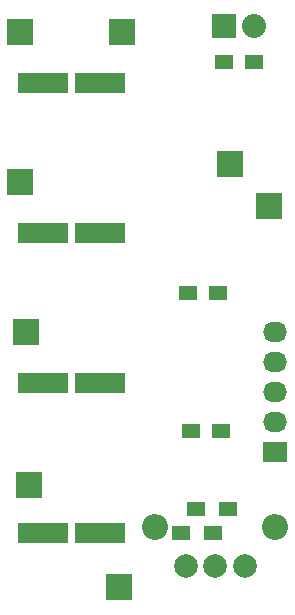
<source format=gbr>
G04 #@! TF.FileFunction,Soldermask,Bot*
%FSLAX46Y46*%
G04 Gerber Fmt 4.6, Leading zero omitted, Abs format (unit mm)*
G04 Created by KiCad (PCBNEW 0.201505220134+5676~23~ubuntu14.04.1-product) date Mon 25 May 2015 02:30:49 PM EDT*
%MOMM*%
G01*
G04 APERTURE LIST*
%ADD10C,0.100000*%
%ADD11R,1.500000X1.250000*%
%ADD12R,2.032000X2.032000*%
%ADD13O,2.032000X2.032000*%
%ADD14R,1.500000X1.300000*%
%ADD15R,4.200000X1.800000*%
%ADD16R,2.032000X1.727200*%
%ADD17O,2.032000X1.727200*%
%ADD18R,2.235200X2.235200*%
%ADD19C,2.000000*%
%ADD20O,2.200000X2.200000*%
G04 APERTURE END LIST*
D10*
D11*
X99802000Y-72136000D03*
X97302000Y-72136000D03*
X96754000Y-91694000D03*
X94254000Y-91694000D03*
X94508000Y-103378000D03*
X97008000Y-103378000D03*
D12*
X97282000Y-69088000D03*
D13*
X99822000Y-69088000D03*
D14*
X94916000Y-109982000D03*
X97616000Y-109982000D03*
X96346000Y-112014000D03*
X93646000Y-112014000D03*
D15*
X81928000Y-73914000D03*
X86728000Y-73914000D03*
X81928000Y-99314000D03*
X86728000Y-99314000D03*
X81928000Y-112014000D03*
X86728000Y-112014000D03*
X81928000Y-86614000D03*
X86728000Y-86614000D03*
D16*
X101600000Y-105156000D03*
D17*
X101600000Y-102616000D03*
X101600000Y-100076000D03*
X101600000Y-97536000D03*
X101600000Y-94996000D03*
D18*
X88646000Y-69596000D03*
X101092000Y-84328000D03*
X97790000Y-80772000D03*
X88392000Y-116586000D03*
X80010000Y-69596000D03*
X80518000Y-94996000D03*
X80772000Y-107950000D03*
X80010000Y-82296000D03*
D19*
X99020000Y-114808000D03*
X96520000Y-114808000D03*
X94020000Y-114808000D03*
D20*
X101620000Y-111508000D03*
X91420000Y-111508000D03*
M02*

</source>
